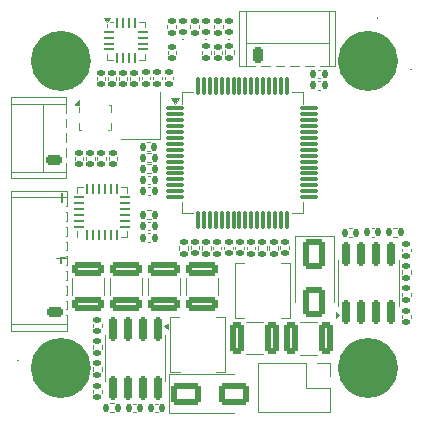
<source format=gbr>
G04 #@! TF.GenerationSoftware,KiCad,Pcbnew,8.0.4-8.0.4-0~ubuntu24.04.1*
G04 #@! TF.CreationDate,2024-09-03T20:49:09+07:00*
G04 #@! TF.ProjectId,OpenDrone_FC_F405_HW,4f70656e-4472-46f6-9e65-5f46435f4634,rev?*
G04 #@! TF.SameCoordinates,Original*
G04 #@! TF.FileFunction,Legend,Top*
G04 #@! TF.FilePolarity,Positive*
%FSLAX46Y46*%
G04 Gerber Fmt 4.6, Leading zero omitted, Abs format (unit mm)*
G04 Created by KiCad (PCBNEW 8.0.4-8.0.4-0~ubuntu24.04.1) date 2024-09-03 20:49:09*
%MOMM*%
%LPD*%
G01*
G04 APERTURE LIST*
G04 Aperture macros list*
%AMRoundRect*
0 Rectangle with rounded corners*
0 $1 Rounding radius*
0 $2 $3 $4 $5 $6 $7 $8 $9 X,Y pos of 4 corners*
0 Add a 4 corners polygon primitive as box body*
4,1,4,$2,$3,$4,$5,$6,$7,$8,$9,$2,$3,0*
0 Add four circle primitives for the rounded corners*
1,1,$1+$1,$2,$3*
1,1,$1+$1,$4,$5*
1,1,$1+$1,$6,$7*
1,1,$1+$1,$8,$9*
0 Add four rect primitives between the rounded corners*
20,1,$1+$1,$2,$3,$4,$5,0*
20,1,$1+$1,$4,$5,$6,$7,0*
20,1,$1+$1,$6,$7,$8,$9,0*
20,1,$1+$1,$8,$9,$2,$3,0*%
G04 Aperture macros list end*
%ADD10C,0.150000*%
%ADD11C,0.120000*%
%ADD12C,0.100000*%
%ADD13C,2.550000*%
%ADD14RoundRect,0.140000X0.170000X-0.140000X0.170000X0.140000X-0.170000X0.140000X-0.170000X-0.140000X0*%
%ADD15RoundRect,0.250000X1.100000X-0.325000X1.100000X0.325000X-1.100000X0.325000X-1.100000X-0.325000X0*%
%ADD16RoundRect,0.140000X-0.140000X-0.170000X0.140000X-0.170000X0.140000X0.170000X-0.140000X0.170000X0*%
%ADD17RoundRect,0.135000X-0.185000X0.135000X-0.185000X-0.135000X0.185000X-0.135000X0.185000X0.135000X0*%
%ADD18O,1.200000X1.200000*%
%ADD19RoundRect,0.135000X0.185000X-0.135000X0.185000X0.135000X-0.185000X0.135000X-0.185000X-0.135000X0*%
%ADD20RoundRect,0.140000X-0.170000X0.140000X-0.170000X-0.140000X0.170000X-0.140000X0.170000X0.140000X0*%
%ADD21RoundRect,0.062500X-0.350000X-0.062500X0.350000X-0.062500X0.350000X0.062500X-0.350000X0.062500X0*%
%ADD22RoundRect,0.062500X-0.062500X-0.350000X0.062500X-0.350000X0.062500X0.350000X-0.062500X0.350000X0*%
%ADD23RoundRect,0.075000X-0.700000X-0.075000X0.700000X-0.075000X0.700000X0.075000X-0.700000X0.075000X0*%
%ADD24RoundRect,0.075000X-0.075000X-0.700000X0.075000X-0.700000X0.075000X0.700000X-0.075000X0.700000X0*%
%ADD25RoundRect,0.147500X0.172500X-0.147500X0.172500X0.147500X-0.172500X0.147500X-0.172500X-0.147500X0*%
%ADD26RoundRect,0.250000X0.325000X1.100000X-0.325000X1.100000X-0.325000X-1.100000X0.325000X-1.100000X0*%
%ADD27RoundRect,0.140000X0.140000X0.170000X-0.140000X0.170000X-0.140000X-0.170000X0.140000X-0.170000X0*%
%ADD28RoundRect,0.135000X-0.135000X-0.185000X0.135000X-0.185000X0.135000X0.185000X-0.135000X0.185000X0*%
%ADD29RoundRect,0.062500X0.062500X-0.375000X0.062500X0.375000X-0.062500X0.375000X-0.062500X-0.375000X0*%
%ADD30RoundRect,0.062500X0.375000X-0.062500X0.375000X0.062500X-0.375000X0.062500X-0.375000X-0.062500X0*%
%ADD31R,2.150000X2.150000*%
%ADD32RoundRect,0.225000X0.475000X-0.225000X0.475000X0.225000X-0.475000X0.225000X-0.475000X-0.225000X0*%
%ADD33O,1.400000X0.900000*%
%ADD34RoundRect,0.225000X-0.225000X-0.475000X0.225000X-0.475000X0.225000X0.475000X-0.225000X0.475000X0*%
%ADD35O,0.900000X1.400000*%
%ADD36O,1.350000X1.350000*%
%ADD37R,1.200000X1.400000*%
%ADD38RoundRect,0.150000X0.150000X-0.825000X0.150000X0.825000X-0.150000X0.825000X-0.150000X-0.825000X0*%
%ADD39R,3.000000X2.290000*%
%ADD40RoundRect,0.250000X-0.650000X1.000000X-0.650000X-1.000000X0.650000X-1.000000X0.650000X1.000000X0*%
%ADD41R,4.500000X1.500000*%
%ADD42RoundRect,0.150000X-0.150000X0.825000X-0.150000X-0.825000X0.150000X-0.825000X0.150000X0.825000X0*%
%ADD43R,1.350000X1.350000*%
%ADD44RoundRect,0.135000X0.135000X0.185000X-0.135000X0.185000X-0.135000X-0.185000X0.135000X-0.185000X0*%
%ADD45RoundRect,0.250000X-0.325000X-1.100000X0.325000X-1.100000X0.325000X1.100000X-0.325000X1.100000X0*%
%ADD46RoundRect,0.250000X-1.000000X-0.650000X1.000000X-0.650000X1.000000X0.650000X-1.000000X0.650000X0*%
%ADD47R,0.350000X0.500000*%
G04 APERTURE END LIST*
D10*
X137146779Y-86988866D02*
X137908684Y-86988866D01*
X137527731Y-87369819D02*
X137527731Y-86607914D01*
X137558866Y-82243220D02*
X137558866Y-81481316D01*
D11*
X166390000Y-86407836D02*
X166390000Y-86192164D01*
X167110000Y-86407836D02*
X167110000Y-86192164D01*
X138465000Y-90111252D02*
X138465000Y-88688748D01*
X141185000Y-90111252D02*
X141185000Y-88688748D01*
X144852164Y-83930000D02*
X145067836Y-83930000D01*
X144852164Y-84650000D02*
X145067836Y-84650000D01*
X140220000Y-94366359D02*
X140220000Y-94673641D01*
X140980000Y-94366359D02*
X140980000Y-94673641D01*
X164295000Y-66592500D02*
X164295000Y-66667823D01*
X154175000Y-86293641D02*
X154175000Y-85986359D01*
X154935000Y-86293641D02*
X154935000Y-85986359D01*
X135197500Y-70975000D02*
X135122177Y-70975000D01*
X166390000Y-91822164D02*
X166390000Y-92037836D01*
X167110000Y-91822164D02*
X167110000Y-92037836D01*
X159242164Y-72015000D02*
X159457836Y-72015000D01*
X159242164Y-72735000D02*
X159457836Y-72735000D01*
X141400000Y-67445000D02*
X141400000Y-67210000D01*
X141400000Y-70190000D02*
X141400000Y-69715000D01*
X141875000Y-66970000D02*
X141700000Y-66970000D01*
X141875000Y-70190000D02*
X141400000Y-70190000D01*
X144145000Y-66970000D02*
X144620000Y-66970000D01*
X144145000Y-70190000D02*
X144620000Y-70190000D01*
X144620000Y-66970000D02*
X144620000Y-67445000D01*
X144620000Y-70190000D02*
X144620000Y-69715000D01*
X141400000Y-66970000D02*
X141160000Y-66640000D01*
X141640000Y-66640000D01*
X141400000Y-66970000D01*
G36*
X141400000Y-66970000D02*
G01*
X141160000Y-66640000D01*
X141640000Y-66640000D01*
X141400000Y-66970000D01*
G37*
X140240000Y-98172164D02*
X140240000Y-98387836D01*
X140960000Y-98172164D02*
X140960000Y-98387836D01*
X144365000Y-71642164D02*
X144365000Y-71857836D01*
X145085000Y-71642164D02*
X145085000Y-71857836D01*
X146520000Y-67553641D02*
X146520000Y-67246359D01*
X147280000Y-67553641D02*
X147280000Y-67246359D01*
X147765000Y-72965000D02*
X147765000Y-73915000D01*
X147765000Y-83185000D02*
X147765000Y-82235000D01*
X148715000Y-72965000D02*
X147765000Y-72965000D01*
X148715000Y-83185000D02*
X147765000Y-83185000D01*
X157035000Y-72965000D02*
X157985000Y-72965000D01*
X157035000Y-83185000D02*
X157985000Y-83185000D01*
X157985000Y-72965000D02*
X157985000Y-73915000D01*
X157985000Y-83185000D02*
X157985000Y-82235000D01*
X147150000Y-73915000D02*
X146810000Y-73445000D01*
X147490000Y-73445000D01*
X147150000Y-73915000D01*
G36*
X147150000Y-73915000D02*
G01*
X146810000Y-73445000D01*
X147490000Y-73445000D01*
X147150000Y-73915000D01*
G37*
X161932164Y-84485000D02*
X162147836Y-84485000D01*
X161932164Y-85205000D02*
X162147836Y-85205000D01*
D12*
X147900000Y-68490000D02*
G75*
G02*
X147800000Y-68490000I-50000J0D01*
G01*
X147800000Y-68490000D02*
G75*
G02*
X147900000Y-68490000I50000J0D01*
G01*
D11*
X133822500Y-95635000D02*
X133897823Y-95635000D01*
X156090000Y-85992164D02*
X156090000Y-86207836D01*
X156810000Y-85992164D02*
X156810000Y-86207836D01*
X141460000Y-71907836D02*
X141460000Y-71692164D01*
X142180000Y-71907836D02*
X142180000Y-71692164D01*
X154586252Y-92415000D02*
X153163748Y-92415000D01*
X154586252Y-95135000D02*
X153163748Y-95135000D01*
X145057836Y-80020000D02*
X144842164Y-80020000D01*
X145057836Y-80740000D02*
X144842164Y-80740000D01*
X144796359Y-78120000D02*
X145103641Y-78120000D01*
X144796359Y-78880000D02*
X145103641Y-78880000D01*
X152280000Y-86014211D02*
X152280000Y-86229883D01*
X153000000Y-86014211D02*
X153000000Y-86229883D01*
X150445000Y-67553641D02*
X150445000Y-67246359D01*
X151205000Y-67553641D02*
X151205000Y-67246359D01*
X138670000Y-78452164D02*
X138670000Y-78667836D01*
X139390000Y-78452164D02*
X139390000Y-78667836D01*
X147514999Y-86283641D02*
X147514999Y-85976359D01*
X148274999Y-86283641D02*
X148274999Y-85976359D01*
X149414999Y-85976359D02*
X149414999Y-86283641D01*
X150174999Y-85976359D02*
X150174999Y-86283641D01*
X140220000Y-96226359D02*
X140220000Y-96533641D01*
X140980000Y-96226359D02*
X140980000Y-96533641D01*
X164155000Y-98592500D02*
X164155000Y-98667823D01*
X138870000Y-80972500D02*
X139345000Y-80972500D01*
X138870000Y-81447500D02*
X138870000Y-80972500D01*
X138870000Y-84717500D02*
X138870000Y-85192500D01*
X143090000Y-80972500D02*
X142615000Y-80972500D01*
X143090000Y-81447500D02*
X143090000Y-80972500D01*
X143090000Y-84717500D02*
X143090000Y-85192500D01*
X143090000Y-85192500D02*
X142615000Y-85192500D01*
X151340000Y-86014211D02*
X151340000Y-86229883D01*
X152060000Y-86014211D02*
X152060000Y-86229883D01*
X133260000Y-73370000D02*
X137960000Y-73370000D01*
X133260000Y-80240000D02*
X133260000Y-73370000D01*
X133350000Y-73920000D02*
X137960000Y-73920000D01*
X133350000Y-79690000D02*
X137960000Y-79690000D01*
X135950000Y-79690000D02*
X135950000Y-73920000D01*
X137910000Y-75930000D02*
X137960000Y-75930000D01*
X137910000Y-77180000D02*
X137960000Y-77180000D01*
X137910000Y-78430000D02*
X137960000Y-78430000D01*
X137910000Y-78930000D02*
X137960000Y-78930000D01*
X137960000Y-73370000D02*
X137960000Y-74680000D01*
X137960000Y-74680000D02*
X137910000Y-74680000D01*
X137960000Y-75180000D02*
X137910000Y-75180000D01*
X137960000Y-75930000D02*
X137960000Y-75180000D01*
X137960000Y-76430000D02*
X137910000Y-76430000D01*
X137960000Y-77180000D02*
X137960000Y-76430000D01*
X137960000Y-77680000D02*
X137910000Y-77680000D01*
X137960000Y-78430000D02*
X137960000Y-77680000D01*
X137960000Y-78930000D02*
X137960000Y-80240000D01*
X137960000Y-80240000D02*
X133260000Y-80240000D01*
X163802164Y-84465000D02*
X164017836Y-84465000D01*
X163802164Y-85185000D02*
X164017836Y-85185000D01*
X152620000Y-66070000D02*
X160740000Y-66070000D01*
X152620000Y-70770000D02*
X152620000Y-66070000D01*
X153170000Y-66110000D02*
X153170000Y-70770000D01*
X153170000Y-68760000D02*
X160190000Y-68760000D01*
X153930000Y-70720000D02*
X153930000Y-70770000D01*
X153930000Y-70770000D02*
X152620000Y-70770000D01*
X154430000Y-70720000D02*
X154430000Y-70770000D01*
X154430000Y-70770000D02*
X155180000Y-70770000D01*
X155180000Y-70770000D02*
X155180000Y-70720000D01*
X155680000Y-70720000D02*
X155680000Y-70770000D01*
X155680000Y-70770000D02*
X156430000Y-70770000D01*
X156430000Y-70770000D02*
X156430000Y-70720000D01*
X156930000Y-70720000D02*
X156930000Y-70770000D01*
X156930000Y-70770000D02*
X157680000Y-70770000D01*
X157680000Y-70770000D02*
X157680000Y-70720000D01*
X158180000Y-70720000D02*
X158180000Y-70770000D01*
X158180000Y-70770000D02*
X158930000Y-70770000D01*
X158930000Y-70770000D02*
X158930000Y-70720000D01*
X159430000Y-70770000D02*
X159430000Y-70720000D01*
X160190000Y-66110000D02*
X160190000Y-70770000D01*
X160740000Y-66070000D02*
X160740000Y-70770000D01*
X160740000Y-70770000D02*
X159430000Y-70770000D01*
X150372600Y-86032164D02*
X150372600Y-86247836D01*
X151092600Y-86032164D02*
X151092600Y-86247836D01*
X136795000Y-67997500D02*
X136795000Y-67922177D01*
X142560000Y-76950000D02*
X145860000Y-76950000D01*
X145860000Y-76950000D02*
X145860000Y-72950000D01*
X148090000Y-90136252D02*
X148090000Y-88713748D01*
X150810000Y-90136252D02*
X150810000Y-88713748D01*
X145315000Y-71852836D02*
X145315000Y-71637164D01*
X146035000Y-71852836D02*
X146035000Y-71637164D01*
X144817164Y-77190000D02*
X145032836Y-77190000D01*
X144817164Y-77910000D02*
X145032836Y-77910000D01*
D12*
X151825000Y-68490000D02*
G75*
G02*
X151725000Y-68490000I-50000J0D01*
G01*
X151725000Y-68490000D02*
G75*
G02*
X151825000Y-68490000I50000J0D01*
G01*
D11*
X160990000Y-89120000D02*
X160990000Y-87170000D01*
X160990000Y-89120000D02*
X160990000Y-91070000D01*
X166110000Y-89120000D02*
X166110000Y-87170000D01*
X166110000Y-89120000D02*
X166110000Y-91070000D01*
X161085000Y-91820000D02*
X160755000Y-92060000D01*
X160755000Y-91580000D01*
X161085000Y-91820000D01*
G36*
X161085000Y-91820000D02*
G01*
X160755000Y-92060000D01*
X160755000Y-91580000D01*
X161085000Y-91820000D01*
G37*
X167177500Y-71005000D02*
X167102177Y-71005000D01*
X145707836Y-99320000D02*
X145492164Y-99320000D01*
X145707836Y-100040000D02*
X145492164Y-100040000D01*
X143827836Y-99320000D02*
X143612164Y-99320000D01*
X143827836Y-100040000D02*
X143612164Y-100040000D01*
X155125000Y-86293641D02*
X155125000Y-85986359D01*
X155885000Y-86293641D02*
X155885000Y-85986359D01*
X153240000Y-86024211D02*
X153240000Y-86239883D01*
X153960000Y-86024211D02*
X153960000Y-86239883D01*
X157325000Y-85165000D02*
X157325000Y-90675000D01*
X160625000Y-85165000D02*
X157325000Y-85165000D01*
X160625000Y-85165000D02*
X160625000Y-90675000D01*
X146290000Y-71852836D02*
X146290000Y-71637164D01*
X147010000Y-71852836D02*
X147010000Y-71637164D01*
D12*
X149875000Y-68472500D02*
G75*
G02*
X149775000Y-68472500I-50000J0D01*
G01*
X149775000Y-68472500D02*
G75*
G02*
X149875000Y-68472500I50000J0D01*
G01*
D11*
X144806359Y-82930000D02*
X145113641Y-82930000D01*
X144806359Y-83690000D02*
X145113641Y-83690000D01*
X148470000Y-67553641D02*
X148470000Y-67246359D01*
X149230000Y-67553641D02*
X149230000Y-67246359D01*
X141550000Y-78462164D02*
X141550000Y-78677836D01*
X142270000Y-78462164D02*
X142270000Y-78677836D01*
X133280000Y-93150000D02*
X133280000Y-81280000D01*
X133320000Y-81830000D02*
X137980000Y-81830000D01*
X133320000Y-92600000D02*
X137980000Y-92600000D01*
X137930000Y-83840000D02*
X137980000Y-83840000D01*
X137930000Y-85090000D02*
X137980000Y-85090000D01*
X137930000Y-86340000D02*
X137980000Y-86340000D01*
X137930000Y-87590000D02*
X137980000Y-87590000D01*
X137930000Y-88840000D02*
X137980000Y-88840000D01*
X137930000Y-90090000D02*
X137980000Y-90090000D01*
X137930000Y-91340000D02*
X137980000Y-91340000D01*
X137930000Y-91840000D02*
X137980000Y-91840000D01*
X137980000Y-81280000D02*
X133280000Y-81280000D01*
X137980000Y-81280000D02*
X137980000Y-82590000D01*
X137980000Y-82590000D02*
X137930000Y-82590000D01*
X137980000Y-83090000D02*
X137930000Y-83090000D01*
X137980000Y-83840000D02*
X137980000Y-83090000D01*
X137980000Y-84340000D02*
X137930000Y-84340000D01*
X137980000Y-85090000D02*
X137980000Y-84340000D01*
X137980000Y-85590000D02*
X137930000Y-85590000D01*
X137980000Y-86340000D02*
X137980000Y-85590000D01*
X137980000Y-86840000D02*
X137930000Y-86840000D01*
X137980000Y-87590000D02*
X137980000Y-86840000D01*
X137980000Y-88090000D02*
X137930000Y-88090000D01*
X137980000Y-88840000D02*
X137980000Y-88090000D01*
X137980000Y-89340000D02*
X137930000Y-89340000D01*
X137980000Y-90090000D02*
X137980000Y-89340000D01*
X137980000Y-90590000D02*
X137930000Y-90590000D01*
X137980000Y-91340000D02*
X137980000Y-90590000D01*
X137980000Y-91840000D02*
X137980000Y-93150000D01*
X137980000Y-93150000D02*
X133280000Y-93150000D01*
X146745200Y-91964200D02*
X147545200Y-91964200D01*
X146747000Y-96611600D02*
X146745200Y-91964200D01*
X146747000Y-96611600D02*
X147547000Y-96611600D01*
X151437800Y-91964200D02*
X150637800Y-91964200D01*
X151437800Y-96669300D02*
X150637800Y-96669300D01*
X151437800Y-96669300D02*
X151437800Y-91964200D01*
X159242164Y-71065000D02*
X159457836Y-71065000D01*
X159242164Y-71785000D02*
X159457836Y-71785000D01*
X144865000Y-90111252D02*
X144865000Y-88688748D01*
X147585000Y-90111252D02*
X147585000Y-88688748D01*
X151395000Y-69416359D02*
X151395000Y-69723641D01*
X152155000Y-69416359D02*
X152155000Y-69723641D01*
X139630000Y-78472164D02*
X139630000Y-78687836D01*
X140350000Y-78472164D02*
X140350000Y-78687836D01*
X143365000Y-71667164D02*
X143365000Y-71882836D01*
X144085000Y-71667164D02*
X144085000Y-71882836D01*
X140580000Y-78472164D02*
X140580000Y-78687836D01*
X141300000Y-78472164D02*
X141300000Y-78687836D01*
X141240000Y-95480000D02*
X141240000Y-93530000D01*
X141240000Y-95480000D02*
X141240000Y-97430000D01*
X146360000Y-95480000D02*
X146360000Y-93530000D01*
X146360000Y-95480000D02*
X146360000Y-97430000D01*
X146595000Y-93020000D02*
X146265000Y-92780000D01*
X146595000Y-92540000D01*
X146595000Y-93020000D01*
G36*
X146595000Y-93020000D02*
G01*
X146265000Y-92780000D01*
X146595000Y-92540000D01*
X146595000Y-93020000D01*
G37*
X152212200Y-87380700D02*
X152212200Y-92085800D01*
X152212200Y-87380700D02*
X153012200Y-87380700D01*
X152212200Y-92085800D02*
X153012200Y-92085800D01*
X156903000Y-87438400D02*
X156103000Y-87438400D01*
X156903000Y-87438400D02*
X156904800Y-92085800D01*
X156904800Y-92085800D02*
X156104800Y-92085800D01*
X154165000Y-95890000D02*
X154165000Y-100010000D01*
X158225000Y-95890000D02*
X154165000Y-95890000D01*
X158225000Y-95890000D02*
X158225000Y-97950000D01*
X158225000Y-97950000D02*
X160285000Y-97950000D01*
X159225000Y-95890000D02*
X160285000Y-95890000D01*
X160285000Y-95890000D02*
X160285000Y-96950000D01*
X160285000Y-97950000D02*
X160285000Y-100010000D01*
X160285000Y-100010000D02*
X154165000Y-100010000D01*
X165782500Y-95645000D02*
X165857823Y-95645000D01*
X142003641Y-99300000D02*
X141696359Y-99300000D01*
X142003641Y-100060000D02*
X141696359Y-100060000D01*
X140540000Y-71917836D02*
X140540000Y-71702164D01*
X141260000Y-71917836D02*
X141260000Y-71702164D01*
X145113641Y-79060000D02*
X144806359Y-79060000D01*
X145113641Y-79820000D02*
X144806359Y-79820000D01*
X145057836Y-80965000D02*
X144842164Y-80965000D01*
X145057836Y-81685000D02*
X144842164Y-81685000D01*
X157763748Y-92440000D02*
X159186252Y-92440000D01*
X157763748Y-95160000D02*
X159186252Y-95160000D01*
X144842164Y-84890000D02*
X145057836Y-84890000D01*
X144842164Y-85610000D02*
X145057836Y-85610000D01*
X166370000Y-88343641D02*
X166370000Y-88036359D01*
X167130000Y-88343641D02*
X167130000Y-88036359D01*
X150465000Y-69682836D02*
X150465000Y-69467164D01*
X151185000Y-69682836D02*
X151185000Y-69467164D01*
X149445000Y-69728641D02*
X149445000Y-69421359D01*
X150205000Y-69728641D02*
X150205000Y-69421359D01*
X165636359Y-84425000D02*
X165943641Y-84425000D01*
X165636359Y-85185000D02*
X165943641Y-85185000D01*
X166360000Y-90223641D02*
X166360000Y-89916359D01*
X167120000Y-90223641D02*
X167120000Y-89916359D01*
X146615000Y-96825000D02*
X146615000Y-100125000D01*
X146615000Y-96825000D02*
X152125000Y-96825000D01*
X146615000Y-100125000D02*
X152125000Y-100125000D01*
X140240000Y-92572164D02*
X140240000Y-92787836D01*
X140960000Y-92572164D02*
X140960000Y-92787836D01*
D12*
X139035000Y-74630000D02*
X139035000Y-74190000D01*
X139035000Y-76190000D02*
X139035000Y-75550000D01*
X139035000Y-76190000D02*
X139185000Y-76190000D01*
X141460000Y-76165000D02*
X141610000Y-76165000D01*
X141585000Y-73990000D02*
X141735000Y-73990000D01*
X141735000Y-74630000D02*
X141735000Y-73990000D01*
X141735000Y-76190000D02*
X141735000Y-75550000D01*
X139035000Y-73990000D02*
X138675000Y-73990000D01*
X139035000Y-73630000D01*
X139035000Y-73990000D01*
G36*
X139035000Y-73990000D02*
G01*
X138675000Y-73990000D01*
X139035000Y-73630000D01*
X139035000Y-73990000D01*
G37*
D13*
X138775000Y-70300000D02*
G75*
G02*
X136225000Y-70300000I-1275000J0D01*
G01*
X136225000Y-70300000D02*
G75*
G02*
X138775000Y-70300000I1275000J0D01*
G01*
X138775000Y-96300000D02*
G75*
G02*
X136225000Y-96300000I-1275000J0D01*
G01*
X136225000Y-96300000D02*
G75*
G02*
X138775000Y-96300000I1275000J0D01*
G01*
X164775000Y-70300000D02*
G75*
G02*
X162225000Y-70300000I-1275000J0D01*
G01*
X162225000Y-70300000D02*
G75*
G02*
X164775000Y-70300000I1275000J0D01*
G01*
X164775000Y-96300000D02*
G75*
G02*
X162225000Y-96300000I-1275000J0D01*
G01*
X162225000Y-96300000D02*
G75*
G02*
X164775000Y-96300000I1275000J0D01*
G01*
D11*
X146565000Y-69467164D02*
X146565000Y-69682836D01*
X147285000Y-69467164D02*
X147285000Y-69682836D01*
X142400000Y-71897836D02*
X142400000Y-71682164D01*
X143120000Y-71897836D02*
X143120000Y-71682164D01*
X141665000Y-90111252D02*
X141665000Y-88688748D01*
X144385000Y-90111252D02*
X144385000Y-88688748D01*
X148490000Y-86009211D02*
X148490000Y-86224883D01*
X149210000Y-86009211D02*
X149210000Y-86224883D01*
%LPC*%
D14*
X166750000Y-86780000D03*
X166750000Y-85820000D03*
D15*
X139825000Y-90875000D03*
X139825000Y-87925000D03*
D16*
X144480000Y-84290000D03*
X145440000Y-84290000D03*
D17*
X140600000Y-94010000D03*
X140600000Y-95030000D03*
D18*
X164735000Y-67287500D03*
X162485000Y-67287500D03*
D19*
X154555000Y-86650000D03*
X154555000Y-85630000D03*
D18*
X134502500Y-71415000D03*
X134502500Y-69165000D03*
D20*
X166750000Y-91450000D03*
X166750000Y-92410000D03*
D16*
X158870000Y-72375000D03*
X159830000Y-72375000D03*
D21*
X141547500Y-67830000D03*
X141547500Y-68330000D03*
X141547500Y-68830000D03*
X141547500Y-69330000D03*
D22*
X142260000Y-70042500D03*
X142760000Y-70042500D03*
X143260000Y-70042500D03*
X143760000Y-70042500D03*
D21*
X144472500Y-69330000D03*
X144472500Y-68830000D03*
X144472500Y-68330000D03*
X144472500Y-67830000D03*
D22*
X143760000Y-67117500D03*
X143260000Y-67117500D03*
X142760000Y-67117500D03*
X142260000Y-67117500D03*
D20*
X140600000Y-97800000D03*
X140600000Y-98760000D03*
X144725000Y-71270000D03*
X144725000Y-72230000D03*
D19*
X146900000Y-67910000D03*
X146900000Y-66890000D03*
D23*
X147200000Y-74325000D03*
X147200000Y-74825000D03*
X147200000Y-75325000D03*
X147200000Y-75825000D03*
X147200000Y-76325000D03*
X147200000Y-76825000D03*
X147200000Y-77325000D03*
X147200000Y-77825000D03*
X147200000Y-78325000D03*
X147200000Y-78825000D03*
X147200000Y-79325000D03*
X147200000Y-79825000D03*
X147200000Y-80325000D03*
X147200000Y-80825000D03*
X147200000Y-81325000D03*
X147200000Y-81825000D03*
D24*
X149125000Y-83750000D03*
X149625000Y-83750000D03*
X150125000Y-83750000D03*
X150625000Y-83750000D03*
X151125000Y-83750000D03*
X151625000Y-83750000D03*
X152125000Y-83750000D03*
X152625000Y-83750000D03*
X153125000Y-83750000D03*
X153625000Y-83750000D03*
X154125000Y-83750000D03*
X154625000Y-83750000D03*
X155125000Y-83750000D03*
X155625000Y-83750000D03*
X156125000Y-83750000D03*
X156625000Y-83750000D03*
D23*
X158550000Y-81825000D03*
X158550000Y-81325000D03*
X158550000Y-80825000D03*
X158550000Y-80325000D03*
X158550000Y-79825000D03*
X158550000Y-79325000D03*
X158550000Y-78825000D03*
X158550000Y-78325000D03*
X158550000Y-77825000D03*
X158550000Y-77325000D03*
X158550000Y-76825000D03*
X158550000Y-76325000D03*
X158550000Y-75825000D03*
X158550000Y-75325000D03*
X158550000Y-74825000D03*
X158550000Y-74325000D03*
D24*
X156625000Y-72400000D03*
X156125000Y-72400000D03*
X155625000Y-72400000D03*
X155125000Y-72400000D03*
X154625000Y-72400000D03*
X154125000Y-72400000D03*
X153625000Y-72400000D03*
X153125000Y-72400000D03*
X152625000Y-72400000D03*
X152125000Y-72400000D03*
X151625000Y-72400000D03*
X151125000Y-72400000D03*
X150625000Y-72400000D03*
X150125000Y-72400000D03*
X149625000Y-72400000D03*
X149125000Y-72400000D03*
D16*
X161560000Y-84845000D03*
X162520000Y-84845000D03*
D25*
X147850000Y-67885000D03*
X147850000Y-66915000D03*
D18*
X134517500Y-95195000D03*
X134517500Y-97445000D03*
D20*
X156450000Y-85620000D03*
X156450000Y-86580000D03*
D14*
X141820000Y-72280000D03*
X141820000Y-71320000D03*
D26*
X155350000Y-93775000D03*
X152400000Y-93775000D03*
D27*
X145430000Y-80380000D03*
X144470000Y-80380000D03*
D28*
X144440000Y-78500000D03*
X145460000Y-78500000D03*
D20*
X152640000Y-85642047D03*
X152640000Y-86602047D03*
D19*
X150825000Y-67910000D03*
X150825000Y-66890000D03*
D20*
X139030000Y-78080000D03*
X139030000Y-79040000D03*
D19*
X147894999Y-86640000D03*
X147894999Y-85620000D03*
D17*
X149794999Y-85620000D03*
X149794999Y-86640000D03*
X140600000Y-95870000D03*
X140600000Y-96890000D03*
D18*
X164595000Y-99287500D03*
X162345000Y-99287500D03*
D29*
X139730000Y-85020000D03*
X140230000Y-85020000D03*
X140730000Y-85020000D03*
X141230000Y-85020000D03*
X141730000Y-85020000D03*
X142230000Y-85020000D03*
D30*
X142917500Y-84332500D03*
X142917500Y-83832500D03*
X142917500Y-83332500D03*
X142917500Y-82832500D03*
X142917500Y-82332500D03*
X142917500Y-81832500D03*
D29*
X142230000Y-81145000D03*
X141730000Y-81145000D03*
X141230000Y-81145000D03*
X140730000Y-81145000D03*
X140230000Y-81145000D03*
X139730000Y-81145000D03*
D30*
X139042500Y-81832500D03*
X139042500Y-82332500D03*
X139042500Y-82832500D03*
X139042500Y-83332500D03*
X139042500Y-83832500D03*
X139042500Y-84332500D03*
D31*
X140980000Y-83082500D03*
D20*
X151700000Y-85642047D03*
X151700000Y-86602047D03*
D32*
X136950000Y-78680000D03*
D33*
X136950000Y-77430000D03*
X136950000Y-76180000D03*
X136950000Y-74930000D03*
D16*
X163430000Y-84825000D03*
X164390000Y-84825000D03*
D34*
X154180000Y-69760000D03*
D35*
X155430000Y-69760000D03*
X156680000Y-69760000D03*
X157930000Y-69760000D03*
X159180000Y-69760000D03*
D20*
X150732600Y-85660000D03*
X150732600Y-86620000D03*
D36*
X163910000Y-74750000D03*
X163910000Y-76750000D03*
X163910000Y-78750000D03*
X163910000Y-80750000D03*
X163910000Y-82750000D03*
D18*
X136355000Y-67302500D03*
X138605000Y-67302500D03*
D37*
X145060000Y-76050000D03*
X145060000Y-73850000D03*
X143360000Y-73850000D03*
X143360000Y-76050000D03*
D15*
X149450000Y-90900000D03*
X149450000Y-87950000D03*
D14*
X145675000Y-72225000D03*
X145675000Y-71265000D03*
D16*
X144445000Y-77550000D03*
X145405000Y-77550000D03*
D25*
X151775000Y-67885000D03*
X151775000Y-66915000D03*
D38*
X161645000Y-91595000D03*
X162915000Y-91595000D03*
X164185000Y-91595000D03*
X165455000Y-91595000D03*
X165455000Y-86645000D03*
X164185000Y-86645000D03*
X162915000Y-86645000D03*
X161645000Y-86645000D03*
D39*
X163550000Y-89120000D03*
D18*
X166482500Y-71445000D03*
X166482500Y-69195000D03*
D27*
X146080000Y-99680000D03*
X145120000Y-99680000D03*
X144200000Y-99680000D03*
X143240000Y-99680000D03*
D19*
X155505000Y-86650000D03*
X155505000Y-85630000D03*
D20*
X153600000Y-85652047D03*
X153600000Y-86612047D03*
D40*
X158975000Y-86675000D03*
X158975000Y-90675000D03*
D14*
X146650000Y-72225000D03*
X146650000Y-71265000D03*
D25*
X149825000Y-67867500D03*
X149825000Y-66897500D03*
D28*
X144450000Y-83310000D03*
X145470000Y-83310000D03*
D19*
X148850000Y-67910000D03*
X148850000Y-66890000D03*
D36*
X161910000Y-74750000D03*
X161910000Y-76750000D03*
X161910000Y-78750000D03*
X161910000Y-80750000D03*
X161910000Y-82750000D03*
D20*
X141910000Y-78090000D03*
X141910000Y-79050000D03*
D32*
X136970000Y-91590000D03*
D33*
X136970000Y-90340000D03*
X136970000Y-89090000D03*
X136970000Y-87840000D03*
X136970000Y-86590000D03*
X136970000Y-85340000D03*
X136970000Y-84090000D03*
X136970000Y-82840000D03*
D41*
X149101000Y-95799600D03*
X149101000Y-92802400D03*
D16*
X158870000Y-71425000D03*
X159830000Y-71425000D03*
D15*
X146225000Y-90875000D03*
X146225000Y-87925000D03*
D17*
X151775000Y-69060000D03*
X151775000Y-70080000D03*
D20*
X139990000Y-78100000D03*
X139990000Y-79060000D03*
X143725000Y-71295000D03*
X143725000Y-72255000D03*
X140940000Y-78100000D03*
X140940000Y-79060000D03*
D42*
X145705000Y-93005000D03*
X144435000Y-93005000D03*
X143165000Y-93005000D03*
X141895000Y-93005000D03*
X141895000Y-97955000D03*
X143165000Y-97955000D03*
X144435000Y-97955000D03*
X145705000Y-97955000D03*
D39*
X143800000Y-95480000D03*
D41*
X154549000Y-88250400D03*
X154549000Y-91247600D03*
D43*
X159225000Y-96950000D03*
D36*
X159225000Y-98950000D03*
X157225000Y-96950000D03*
X157225000Y-98950000D03*
X155225000Y-96950000D03*
X155225000Y-98950000D03*
D18*
X166477500Y-95205000D03*
X166477500Y-97455000D03*
D44*
X142360000Y-99680000D03*
X141340000Y-99680000D03*
D14*
X140900000Y-72290000D03*
X140900000Y-71330000D03*
D44*
X145470000Y-79440000D03*
X144450000Y-79440000D03*
D27*
X145430000Y-81325000D03*
X144470000Y-81325000D03*
D45*
X157000000Y-93800000D03*
X159950000Y-93800000D03*
D16*
X144470000Y-85250000D03*
X145430000Y-85250000D03*
D19*
X166750000Y-88700000D03*
X166750000Y-87680000D03*
D14*
X150825000Y-70055000D03*
X150825000Y-69095000D03*
D19*
X149825000Y-70085000D03*
X149825000Y-69065000D03*
D28*
X165280000Y-84805000D03*
X166300000Y-84805000D03*
D19*
X166740000Y-90580000D03*
X166740000Y-89560000D03*
D46*
X148125000Y-98475000D03*
X152125000Y-98475000D03*
D20*
X140600000Y-92200000D03*
X140600000Y-93160000D03*
D47*
X139410000Y-74290000D03*
X140060000Y-74290000D03*
X140710000Y-74290000D03*
X141360000Y-74290000D03*
X141360000Y-75890000D03*
X140710000Y-75890000D03*
X140060000Y-75890000D03*
X139410000Y-75890000D03*
D20*
X146925000Y-69095000D03*
X146925000Y-70055000D03*
D14*
X142760000Y-72270000D03*
X142760000Y-71310000D03*
D36*
X165910000Y-74725000D03*
X165910000Y-76725000D03*
X165910000Y-78725000D03*
X165910000Y-80725000D03*
X165910000Y-82725000D03*
D15*
X143025000Y-90875000D03*
X143025000Y-87925000D03*
D20*
X148850000Y-85637047D03*
X148850000Y-86597047D03*
D18*
X136375000Y-99317500D03*
X138625000Y-99317500D03*
%LPD*%
M02*

</source>
